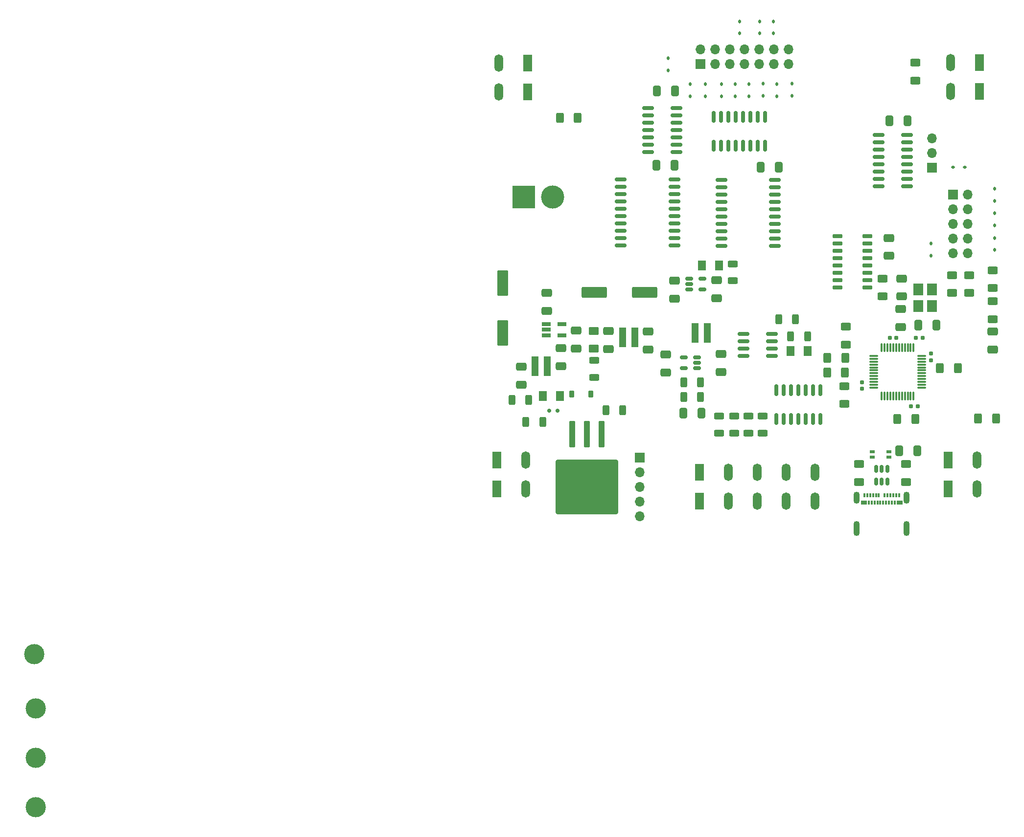
<source format=gbr>
%TF.GenerationSoftware,KiCad,Pcbnew,7.0.8*%
%TF.CreationDate,2023-11-24T11:58:06+01:00*%
%TF.ProjectId,menelaos-rev3,6d656e65-6c61-46f7-932d-726576332e6b,rev?*%
%TF.SameCoordinates,Original*%
%TF.FileFunction,Soldermask,Top*%
%TF.FilePolarity,Negative*%
%FSLAX46Y46*%
G04 Gerber Fmt 4.6, Leading zero omitted, Abs format (unit mm)*
G04 Created by KiCad (PCBNEW 7.0.8) date 2023-11-24 11:58:06*
%MOMM*%
%LPD*%
G01*
G04 APERTURE LIST*
G04 Aperture macros list*
%AMRoundRect*
0 Rectangle with rounded corners*
0 $1 Rounding radius*
0 $2 $3 $4 $5 $6 $7 $8 $9 X,Y pos of 4 corners*
0 Add a 4 corners polygon primitive as box body*
4,1,4,$2,$3,$4,$5,$6,$7,$8,$9,$2,$3,0*
0 Add four circle primitives for the rounded corners*
1,1,$1+$1,$2,$3*
1,1,$1+$1,$4,$5*
1,1,$1+$1,$6,$7*
1,1,$1+$1,$8,$9*
0 Add four rect primitives between the rounded corners*
20,1,$1+$1,$2,$3,$4,$5,0*
20,1,$1+$1,$4,$5,$6,$7,0*
20,1,$1+$1,$6,$7,$8,$9,0*
20,1,$1+$1,$8,$9,$2,$3,0*%
G04 Aperture macros list end*
%ADD10RoundRect,0.250000X-0.312500X-0.625000X0.312500X-0.625000X0.312500X0.625000X-0.312500X0.625000X0*%
%ADD11RoundRect,0.250000X-0.400000X-0.625000X0.400000X-0.625000X0.400000X0.625000X-0.400000X0.625000X0*%
%ADD12RoundRect,0.112500X0.112500X-0.187500X0.112500X0.187500X-0.112500X0.187500X-0.112500X-0.187500X0*%
%ADD13R,1.500000X3.000000*%
%ADD14O,1.500000X3.000000*%
%ADD15RoundRect,0.150000X-0.512500X-0.150000X0.512500X-0.150000X0.512500X0.150000X-0.512500X0.150000X0*%
%ADD16RoundRect,0.250000X-0.650000X0.412500X-0.650000X-0.412500X0.650000X-0.412500X0.650000X0.412500X0*%
%ADD17RoundRect,0.150000X0.725000X0.150000X-0.725000X0.150000X-0.725000X-0.150000X0.725000X-0.150000X0*%
%ADD18RoundRect,0.150000X-0.875000X-0.150000X0.875000X-0.150000X0.875000X0.150000X-0.875000X0.150000X0*%
%ADD19RoundRect,0.250000X-0.625000X0.400000X-0.625000X-0.400000X0.625000X-0.400000X0.625000X0.400000X0*%
%ADD20RoundRect,0.250000X1.950000X0.700000X-1.950000X0.700000X-1.950000X-0.700000X1.950000X-0.700000X0*%
%ADD21RoundRect,0.250000X-0.625000X0.312500X-0.625000X-0.312500X0.625000X-0.312500X0.625000X0.312500X0*%
%ADD22RoundRect,0.250000X0.412500X0.650000X-0.412500X0.650000X-0.412500X-0.650000X0.412500X-0.650000X0*%
%ADD23RoundRect,0.250001X-0.462499X-0.624999X0.462499X-0.624999X0.462499X0.624999X-0.462499X0.624999X0*%
%ADD24RoundRect,0.155000X0.155000X-0.212500X0.155000X0.212500X-0.155000X0.212500X-0.155000X-0.212500X0*%
%ADD25RoundRect,0.250001X0.624999X-0.462499X0.624999X0.462499X-0.624999X0.462499X-0.624999X-0.462499X0*%
%ADD26R,1.700000X1.700000*%
%ADD27O,1.700000X1.700000*%
%ADD28C,3.500000*%
%ADD29RoundRect,0.150000X0.150000X-0.512500X0.150000X0.512500X-0.150000X0.512500X-0.150000X-0.512500X0*%
%ADD30R,1.300000X3.400000*%
%ADD31RoundRect,0.250000X0.650000X-0.412500X0.650000X0.412500X-0.650000X0.412500X-0.650000X-0.412500X0*%
%ADD32R,1.800000X2.100000*%
%ADD33R,4.000000X4.000000*%
%ADD34C,4.000000*%
%ADD35RoundRect,0.150000X0.825000X0.150000X-0.825000X0.150000X-0.825000X-0.150000X0.825000X-0.150000X0*%
%ADD36RoundRect,0.112500X-0.112500X0.187500X-0.112500X-0.187500X0.112500X-0.187500X0.112500X0.187500X0*%
%ADD37RoundRect,0.250000X0.312500X0.625000X-0.312500X0.625000X-0.312500X-0.625000X0.312500X-0.625000X0*%
%ADD38RoundRect,0.250000X0.625000X-0.400000X0.625000X0.400000X-0.625000X0.400000X-0.625000X-0.400000X0*%
%ADD39RoundRect,0.225000X-0.225000X-0.375000X0.225000X-0.375000X0.225000X0.375000X-0.225000X0.375000X0*%
%ADD40RoundRect,0.250001X0.462499X0.624999X-0.462499X0.624999X-0.462499X-0.624999X0.462499X-0.624999X0*%
%ADD41R,1.560000X0.650000*%
%ADD42RoundRect,0.150000X-0.150000X0.825000X-0.150000X-0.825000X0.150000X-0.825000X0.150000X0.825000X0*%
%ADD43RoundRect,0.150000X-0.825000X-0.150000X0.825000X-0.150000X0.825000X0.150000X-0.825000X0.150000X0*%
%ADD44RoundRect,0.150000X-0.150000X-0.200000X0.150000X-0.200000X0.150000X0.200000X-0.150000X0.200000X0*%
%ADD45RoundRect,0.250000X0.400000X0.625000X-0.400000X0.625000X-0.400000X-0.625000X0.400000X-0.625000X0*%
%ADD46R,0.900000X0.600000*%
%ADD47RoundRect,0.155000X-0.155000X0.212500X-0.155000X-0.212500X0.155000X-0.212500X0.155000X0.212500X0*%
%ADD48RoundRect,0.155000X-0.212500X-0.155000X0.212500X-0.155000X0.212500X0.155000X-0.212500X0.155000X0*%
%ADD49RoundRect,0.250000X0.625000X-0.312500X0.625000X0.312500X-0.625000X0.312500X-0.625000X-0.312500X0*%
%ADD50RoundRect,0.250000X-0.412500X-0.650000X0.412500X-0.650000X0.412500X0.650000X-0.412500X0.650000X0*%
%ADD51RoundRect,0.112500X-0.187500X-0.112500X0.187500X-0.112500X0.187500X0.112500X-0.187500X0.112500X0*%
%ADD52RoundRect,0.155000X0.212500X0.155000X-0.212500X0.155000X-0.212500X-0.155000X0.212500X-0.155000X0*%
%ADD53RoundRect,0.250000X-0.300000X2.050000X-0.300000X-2.050000X0.300000X-2.050000X0.300000X2.050000X0*%
%ADD54RoundRect,0.250002X-5.149998X4.449998X-5.149998X-4.449998X5.149998X-4.449998X5.149998X4.449998X0*%
%ADD55RoundRect,0.150000X0.512500X0.150000X-0.512500X0.150000X-0.512500X-0.150000X0.512500X-0.150000X0*%
%ADD56RoundRect,0.075000X-0.075000X0.662500X-0.075000X-0.662500X0.075000X-0.662500X0.075000X0.662500X0*%
%ADD57RoundRect,0.075000X-0.662500X0.075000X-0.662500X-0.075000X0.662500X-0.075000X0.662500X0.075000X0*%
%ADD58RoundRect,0.250000X0.700000X-1.950000X0.700000X1.950000X-0.700000X1.950000X-0.700000X-1.950000X0*%
%ADD59RoundRect,0.150000X0.150000X-0.825000X0.150000X0.825000X-0.150000X0.825000X-0.150000X-0.825000X0*%
%ADD60R,0.300000X0.700000*%
%ADD61R,1.000000X0.700000*%
%ADD62O,1.100000X2.100000*%
%ADD63O,1.100000X2.600000*%
G04 APERTURE END LIST*
D10*
%TO.C,R202*%
X211037500Y-116450000D03*
X213962500Y-116450000D03*
%TD*%
D11*
%TO.C,R601*%
X203050000Y-65850000D03*
X206150000Y-65850000D03*
%TD*%
D12*
%TO.C,U408*%
X240600000Y-62100000D03*
X240600000Y-60000000D03*
%TD*%
D13*
%TO.C,J501*%
X227200000Y-127250000D03*
X227200000Y-132250000D03*
D14*
X232200000Y-127250000D03*
X232200000Y-132250000D03*
X237200000Y-127250000D03*
X237200000Y-132250000D03*
X242200000Y-127250000D03*
X242200000Y-132250000D03*
X247200000Y-127250000D03*
X247200000Y-132250000D03*
%TD*%
D15*
%TO.C,U203*%
X225462500Y-93700000D03*
X225462500Y-94650000D03*
X225462500Y-95600000D03*
X227737500Y-95600000D03*
X227737500Y-93700000D03*
%TD*%
D16*
%TO.C,C310*%
X277900000Y-102837500D03*
X277900000Y-105962500D03*
%TD*%
%TO.C,C211*%
X230950000Y-106725000D03*
X230950000Y-109850000D03*
%TD*%
D17*
%TO.C,U404*%
X256250000Y-95220000D03*
X256250000Y-93950000D03*
X256250000Y-92680000D03*
X256250000Y-91410000D03*
X256250000Y-90140000D03*
X256250000Y-88870000D03*
X256250000Y-87600000D03*
X256250000Y-86330000D03*
X251100000Y-86330000D03*
X251100000Y-87600000D03*
X251100000Y-88870000D03*
X251100000Y-90140000D03*
X251100000Y-91410000D03*
X251100000Y-92680000D03*
X251100000Y-93950000D03*
X251100000Y-95220000D03*
%TD*%
D16*
%TO.C,C207*%
X218350000Y-102825000D03*
X218350000Y-105950000D03*
%TD*%
D18*
%TO.C,U405*%
X231000000Y-76580000D03*
X231000000Y-77850000D03*
X231000000Y-79120000D03*
X231000000Y-80390000D03*
X231000000Y-81660000D03*
X231000000Y-82930000D03*
X231000000Y-84200000D03*
X231000000Y-85470000D03*
X231000000Y-86740000D03*
X231000000Y-88010000D03*
X240300000Y-88010000D03*
X240300000Y-86740000D03*
X240300000Y-85470000D03*
X240300000Y-84200000D03*
X240300000Y-82930000D03*
X240300000Y-81660000D03*
X240300000Y-80390000D03*
X240300000Y-79120000D03*
X240300000Y-77850000D03*
X240300000Y-76580000D03*
%TD*%
D13*
%TO.C,J201*%
X192150000Y-125150000D03*
X192150000Y-130150000D03*
D14*
X197150000Y-125150000D03*
X197150000Y-130150000D03*
%TD*%
D11*
%TO.C,R303*%
X261450000Y-118000000D03*
X264550000Y-118000000D03*
%TD*%
D19*
%TO.C,R309*%
X277900000Y-97650000D03*
X277900000Y-100750000D03*
%TD*%
%TO.C,R308*%
X277900000Y-92250000D03*
X277900000Y-95350000D03*
%TD*%
D20*
%TO.C,C208*%
X217700000Y-96050000D03*
X209000000Y-96050000D03*
%TD*%
D21*
%TO.C,R501*%
X230600000Y-117537500D03*
X230600000Y-120462500D03*
%TD*%
D22*
%TO.C,C401*%
X263162500Y-66400000D03*
X260037500Y-66400000D03*
%TD*%
D13*
%TO.C,J601*%
X197500000Y-61400000D03*
X197500000Y-56400000D03*
D14*
X192500000Y-61400000D03*
X192500000Y-56400000D03*
%TD*%
D21*
%TO.C,R503*%
X238150000Y-117512500D03*
X238150000Y-120437500D03*
%TD*%
D23*
%TO.C,D203*%
X200112500Y-114000000D03*
X203087500Y-114000000D03*
%TD*%
D24*
%TO.C,C304*%
X255300000Y-112767500D03*
X255300000Y-111632500D03*
%TD*%
D25*
%TO.C,D204*%
X208950000Y-105787500D03*
X208950000Y-102812500D03*
%TD*%
D26*
%TO.C,J402*%
X227375000Y-56525000D03*
D27*
X229915000Y-56525000D03*
X232455000Y-56525000D03*
X234995000Y-56525000D03*
X237535000Y-56525000D03*
X240075000Y-56525000D03*
X242615000Y-56525000D03*
X242615000Y-53985000D03*
X240075000Y-53985000D03*
X237535000Y-53985000D03*
X234995000Y-53985000D03*
X232455000Y-53985000D03*
X229915000Y-53985000D03*
X227375000Y-53985000D03*
%TD*%
D28*
%TO.C,H404*%
X112450000Y-185200000D03*
%TD*%
D29*
%TO.C,U307*%
X257800000Y-128887500D03*
X258750000Y-128887500D03*
X259700000Y-128887500D03*
X259700000Y-126612500D03*
X258750000Y-126612500D03*
X257800000Y-126612500D03*
%TD*%
D30*
%TO.C,L202*%
X213950000Y-103900000D03*
X216050000Y-103900000D03*
%TD*%
D21*
%TO.C,R504*%
X235700000Y-117512500D03*
X235700000Y-120437500D03*
%TD*%
D16*
%TO.C,C212*%
X230200000Y-93975000D03*
X230200000Y-97100000D03*
%TD*%
D28*
%TO.C,H403*%
X112450000Y-176650000D03*
%TD*%
D12*
%TO.C,U305*%
X278300000Y-84450000D03*
X278300000Y-82350000D03*
%TD*%
D10*
%TO.C,R206*%
X224487500Y-111650000D03*
X227412500Y-111650000D03*
%TD*%
D31*
%TO.C,C301*%
X262000000Y-102062500D03*
X262000000Y-98937500D03*
%TD*%
D32*
%TO.C,Y301*%
X267400000Y-98450000D03*
X267400000Y-95550000D03*
X265100000Y-95550000D03*
X265100000Y-98450000D03*
%TD*%
D26*
%TO.C,J301*%
X271050000Y-79120000D03*
D27*
X273590000Y-79120000D03*
X271050000Y-81660000D03*
X273590000Y-81660000D03*
X271050000Y-84200000D03*
X273590000Y-84200000D03*
X271050000Y-86740000D03*
X273590000Y-86740000D03*
X271050000Y-89280000D03*
X273590000Y-89280000D03*
%TD*%
D33*
%TO.C,C214*%
X196850000Y-79600000D03*
D34*
X201850000Y-79600000D03*
%TD*%
D11*
%TO.C,R603*%
X275400000Y-117950000D03*
X278500000Y-117950000D03*
%TD*%
D19*
%TO.C,R602*%
X264550000Y-56300000D03*
X264550000Y-59400000D03*
%TD*%
D22*
%TO.C,C213*%
X227562500Y-117000000D03*
X224437500Y-117000000D03*
%TD*%
D35*
%TO.C,U204*%
X239775000Y-107105000D03*
X239775000Y-105835000D03*
X239775000Y-104565000D03*
X239775000Y-103295000D03*
X234825000Y-103295000D03*
X234825000Y-104565000D03*
X234825000Y-105835000D03*
X234825000Y-107105000D03*
%TD*%
D36*
%TO.C,U415*%
X221800000Y-55550000D03*
X221800000Y-57650000D03*
%TD*%
D37*
%TO.C,R205*%
X227412500Y-114200000D03*
X224487500Y-114200000D03*
%TD*%
D38*
%TO.C,R507*%
X252300000Y-115400000D03*
X252300000Y-112300000D03*
%TD*%
D19*
%TO.C,R306*%
X273850000Y-93100000D03*
X273850000Y-96200000D03*
%TD*%
D39*
%TO.C,D202*%
X205150000Y-113700000D03*
X208450000Y-113700000D03*
%TD*%
D26*
%TO.C,J303*%
X216900000Y-124660000D03*
D27*
X216900000Y-127200000D03*
X216900000Y-129740000D03*
X216900000Y-132280000D03*
X216900000Y-134820000D03*
%TD*%
D16*
%TO.C,C205*%
X205900000Y-102687500D03*
X205900000Y-105812500D03*
%TD*%
D12*
%TO.C,U412*%
X231000000Y-62100000D03*
X231000000Y-60000000D03*
%TD*%
D16*
%TO.C,C206*%
X211500000Y-102787500D03*
X211500000Y-105912500D03*
%TD*%
D22*
%TO.C,C402*%
X222862500Y-74100000D03*
X219737500Y-74100000D03*
%TD*%
D10*
%TO.C,R209*%
X240925000Y-100700000D03*
X243850000Y-100700000D03*
%TD*%
D40*
%TO.C,D205*%
X230625000Y-91400000D03*
X227650000Y-91400000D03*
%TD*%
D36*
%TO.C,U414*%
X225600000Y-60050000D03*
X225600000Y-62150000D03*
%TD*%
D12*
%TO.C,U303*%
X278300000Y-88750000D03*
X278300000Y-86650000D03*
%TD*%
D31*
%TO.C,C404*%
X260000000Y-89775000D03*
X260000000Y-86650000D03*
%TD*%
D41*
%TO.C,U201*%
X200700000Y-101600000D03*
X200700000Y-102550000D03*
X200700000Y-103500000D03*
X203400000Y-103500000D03*
X203400000Y-101600000D03*
%TD*%
D42*
%TO.C,U406*%
X238545000Y-65725000D03*
X237275000Y-65725000D03*
X236005000Y-65725000D03*
X234735000Y-65725000D03*
X233465000Y-65725000D03*
X232195000Y-65725000D03*
X230925000Y-65725000D03*
X229655000Y-65725000D03*
X229655000Y-70675000D03*
X230925000Y-70675000D03*
X232195000Y-70675000D03*
X233465000Y-70675000D03*
X234735000Y-70675000D03*
X236005000Y-70675000D03*
X237275000Y-70675000D03*
X238545000Y-70675000D03*
%TD*%
D38*
%TO.C,R302*%
X258900000Y-96800000D03*
X258900000Y-93700000D03*
%TD*%
D19*
%TO.C,R305*%
X262950000Y-125800000D03*
X262950000Y-128900000D03*
%TD*%
D36*
%TO.C,U417*%
X237600000Y-49150000D03*
X237600000Y-51250000D03*
%TD*%
D30*
%TO.C,L201*%
X200900000Y-108850000D03*
X198800000Y-108850000D03*
%TD*%
D21*
%TO.C,R502*%
X233200000Y-117537500D03*
X233200000Y-120462500D03*
%TD*%
D31*
%TO.C,C204*%
X200800000Y-99262500D03*
X200800000Y-96137500D03*
%TD*%
D43*
%TO.C,U402*%
X258200000Y-68780000D03*
X258200000Y-70050000D03*
X258200000Y-71320000D03*
X258200000Y-72590000D03*
X258200000Y-73860000D03*
X258200000Y-75130000D03*
X258200000Y-76400000D03*
X258200000Y-77670000D03*
X263150000Y-77670000D03*
X263150000Y-76400000D03*
X263150000Y-75130000D03*
X263150000Y-73860000D03*
X263150000Y-72590000D03*
X263150000Y-71320000D03*
X263150000Y-70050000D03*
X263150000Y-68780000D03*
%TD*%
D12*
%TO.C,U306*%
X278300000Y-80250000D03*
X278300000Y-78150000D03*
%TD*%
%TO.C,U409*%
X238200000Y-62050000D03*
X238200000Y-59950000D03*
%TD*%
D30*
%TO.C,L203*%
X226450000Y-103150000D03*
X228550000Y-103150000D03*
%TD*%
D44*
%TO.C,D201*%
X202650000Y-116550000D03*
X201250000Y-116550000D03*
%TD*%
D21*
%TO.C,R207*%
X233000000Y-91137500D03*
X233000000Y-94062500D03*
%TD*%
D45*
%TO.C,R301*%
X271900000Y-109200000D03*
X268800000Y-109200000D03*
%TD*%
D22*
%TO.C,C405*%
X222962500Y-61200000D03*
X219837500Y-61200000D03*
%TD*%
D46*
%TO.C,U308*%
X257150000Y-124650000D03*
X259950000Y-124650000D03*
X259950000Y-123650000D03*
X257150000Y-123650000D03*
%TD*%
D12*
%TO.C,U413*%
X228200000Y-62100000D03*
X228200000Y-60000000D03*
%TD*%
D47*
%TO.C,C307*%
X267250000Y-106682500D03*
X267250000Y-107817500D03*
%TD*%
D11*
%TO.C,R506*%
X249350000Y-107450000D03*
X252450000Y-107450000D03*
%TD*%
D48*
%TO.C,C305*%
X264682500Y-104000000D03*
X265817500Y-104000000D03*
%TD*%
D28*
%TO.C,H401*%
X112200000Y-158750000D03*
%TD*%
D11*
%TO.C,R505*%
X249300000Y-109950000D03*
X252400000Y-109950000D03*
%TD*%
D28*
%TO.C,H402*%
X112450000Y-168100000D03*
%TD*%
D49*
%TO.C,R204*%
X209000000Y-110775000D03*
X209000000Y-107850000D03*
%TD*%
D18*
%TO.C,U401*%
X213600000Y-76530000D03*
X213600000Y-77800000D03*
X213600000Y-79070000D03*
X213600000Y-80340000D03*
X213600000Y-81610000D03*
X213600000Y-82880000D03*
X213600000Y-84150000D03*
X213600000Y-85420000D03*
X213600000Y-86690000D03*
X213600000Y-87960000D03*
X222900000Y-87960000D03*
X222900000Y-86690000D03*
X222900000Y-85420000D03*
X222900000Y-84150000D03*
X222900000Y-82880000D03*
X222900000Y-81610000D03*
X222900000Y-80340000D03*
X222900000Y-79070000D03*
X222900000Y-77800000D03*
X222900000Y-76530000D03*
%TD*%
D12*
%TO.C,U411*%
X233400000Y-62100000D03*
X233400000Y-60000000D03*
%TD*%
D50*
%TO.C,C303*%
X265037500Y-101750000D03*
X268162500Y-101750000D03*
%TD*%
D36*
%TO.C,U416*%
X234188000Y-49150000D03*
X234188000Y-51250000D03*
%TD*%
D12*
%TO.C,U407*%
X243200000Y-62050000D03*
X243200000Y-59950000D03*
%TD*%
D22*
%TO.C,C309*%
X264862500Y-123500000D03*
X261737500Y-123500000D03*
%TD*%
D37*
%TO.C,R208*%
X245912500Y-103700000D03*
X242987500Y-103700000D03*
%TD*%
D26*
%TO.C,J401*%
X267400000Y-74530000D03*
D27*
X267400000Y-71990000D03*
X267400000Y-69450000D03*
%TD*%
D51*
%TO.C,U302*%
X271050000Y-74450000D03*
X273150000Y-74450000D03*
%TD*%
D13*
%TO.C,J602*%
X270250000Y-125150000D03*
X270250000Y-130150000D03*
D14*
X275250000Y-125150000D03*
X275250000Y-130150000D03*
%TD*%
D16*
%TO.C,C302*%
X262200000Y-93675000D03*
X262200000Y-96800000D03*
%TD*%
D22*
%TO.C,C403*%
X240962500Y-74400000D03*
X237837500Y-74400000D03*
%TD*%
D43*
%TO.C,U403*%
X218325000Y-64190000D03*
X218325000Y-65460000D03*
X218325000Y-66730000D03*
X218325000Y-68000000D03*
X218325000Y-69270000D03*
X218325000Y-70540000D03*
X218325000Y-71810000D03*
X223275000Y-71810000D03*
X223275000Y-70540000D03*
X223275000Y-69270000D03*
X223275000Y-68000000D03*
X223275000Y-66730000D03*
X223275000Y-65460000D03*
X223275000Y-64190000D03*
%TD*%
D52*
%TO.C,C306*%
X264967500Y-115800000D03*
X263832500Y-115800000D03*
%TD*%
D48*
%TO.C,C308*%
X260132500Y-104000000D03*
X261267500Y-104000000D03*
%TD*%
D16*
%TO.C,C210*%
X222900000Y-94037500D03*
X222900000Y-97162500D03*
%TD*%
%TO.C,C202*%
X196400000Y-108937500D03*
X196400000Y-112062500D03*
%TD*%
D53*
%TO.C,Q201*%
X210290000Y-120625000D03*
X207750000Y-120625000D03*
D54*
X207750000Y-129775000D03*
D53*
X205210000Y-120625000D03*
%TD*%
D12*
%TO.C,U304*%
X267300000Y-89700000D03*
X267300000Y-87600000D03*
%TD*%
D19*
%TO.C,R307*%
X270950000Y-93100000D03*
X270950000Y-96200000D03*
%TD*%
D40*
%TO.C,D206*%
X245937500Y-106250000D03*
X242962500Y-106250000D03*
%TD*%
D55*
%TO.C,U202*%
X226800000Y-109250000D03*
X226800000Y-108300000D03*
X226800000Y-107350000D03*
X224525000Y-107350000D03*
X224525000Y-109250000D03*
%TD*%
D19*
%TO.C,R508*%
X252500000Y-102050000D03*
X252500000Y-105150000D03*
%TD*%
D10*
%TO.C,R201*%
X197175000Y-118500000D03*
X200100000Y-118500000D03*
%TD*%
D56*
%TO.C,U301*%
X264250000Y-105675000D03*
X263750000Y-105675000D03*
X263250000Y-105675000D03*
X262750000Y-105675000D03*
X262250000Y-105675000D03*
X261750000Y-105675000D03*
X261250000Y-105675000D03*
X260750000Y-105675000D03*
X260250000Y-105675000D03*
X259750000Y-105675000D03*
X259250000Y-105675000D03*
X258750000Y-105675000D03*
D57*
X257337500Y-107087500D03*
X257337500Y-107587500D03*
X257337500Y-108087500D03*
X257337500Y-108587500D03*
X257337500Y-109087500D03*
X257337500Y-109587500D03*
X257337500Y-110087500D03*
X257337500Y-110587500D03*
X257337500Y-111087500D03*
X257337500Y-111587500D03*
X257337500Y-112087500D03*
X257337500Y-112587500D03*
D56*
X258750000Y-114000000D03*
X259250000Y-114000000D03*
X259750000Y-114000000D03*
X260250000Y-114000000D03*
X260750000Y-114000000D03*
X261250000Y-114000000D03*
X261750000Y-114000000D03*
X262250000Y-114000000D03*
X262750000Y-114000000D03*
X263250000Y-114000000D03*
X263750000Y-114000000D03*
X264250000Y-114000000D03*
D57*
X265662500Y-112587500D03*
X265662500Y-112087500D03*
X265662500Y-111587500D03*
X265662500Y-111087500D03*
X265662500Y-110587500D03*
X265662500Y-110087500D03*
X265662500Y-109587500D03*
X265662500Y-109087500D03*
X265662500Y-108587500D03*
X265662500Y-108087500D03*
X265662500Y-107587500D03*
X265662500Y-107087500D03*
%TD*%
D58*
%TO.C,C203*%
X193150000Y-103150000D03*
X193150000Y-94450000D03*
%TD*%
D13*
%TO.C,J603*%
X275650000Y-61300000D03*
X275650000Y-56300000D03*
D14*
X270650000Y-61300000D03*
X270650000Y-56300000D03*
%TD*%
D36*
%TO.C,U418*%
X240000000Y-49150000D03*
X240000000Y-51250000D03*
%TD*%
D16*
%TO.C,C209*%
X221400000Y-106837500D03*
X221400000Y-109962500D03*
%TD*%
D12*
%TO.C,U410*%
X235800000Y-62100000D03*
X235800000Y-60000000D03*
%TD*%
D19*
%TO.C,R304*%
X254800000Y-125800000D03*
X254800000Y-128900000D03*
%TD*%
D59*
%TO.C,U501*%
X240500000Y-118000000D03*
X241770000Y-118000000D03*
X243040000Y-118000000D03*
X244310000Y-118000000D03*
X245580000Y-118000000D03*
X246850000Y-118000000D03*
X248120000Y-118000000D03*
X248120000Y-113050000D03*
X246850000Y-113050000D03*
X245580000Y-113050000D03*
X244310000Y-113050000D03*
X243040000Y-113050000D03*
X241770000Y-113050000D03*
X240500000Y-113050000D03*
%TD*%
D31*
%TO.C,C201*%
X203300000Y-108862500D03*
X203300000Y-105737500D03*
%TD*%
D60*
%TO.C,J302*%
X255750000Y-131200000D03*
X256250000Y-131200000D03*
X256750000Y-131200000D03*
X257250000Y-131200000D03*
X257750000Y-131200000D03*
X258250000Y-131200000D03*
X259250000Y-131200000D03*
X259750000Y-131200000D03*
X260250000Y-131200000D03*
X260750000Y-131200000D03*
X261250000Y-131200000D03*
X261750000Y-131200000D03*
D61*
X261850000Y-132500000D03*
D60*
X261000000Y-132500000D03*
X260500000Y-132500000D03*
X260000000Y-132500000D03*
X259500000Y-132500000D03*
X259000000Y-132500000D03*
X258500000Y-132500000D03*
X258000000Y-132500000D03*
X257500000Y-132500000D03*
X257000000Y-132500000D03*
X256500000Y-132500000D03*
D61*
X255650000Y-132500000D03*
D62*
X254430000Y-131610000D03*
D63*
X254430000Y-136970000D03*
D62*
X263070000Y-131610000D03*
D63*
X263070000Y-136970000D03*
%TD*%
D10*
%TO.C,R203*%
X194787500Y-114700000D03*
X197712500Y-114700000D03*
%TD*%
M02*

</source>
